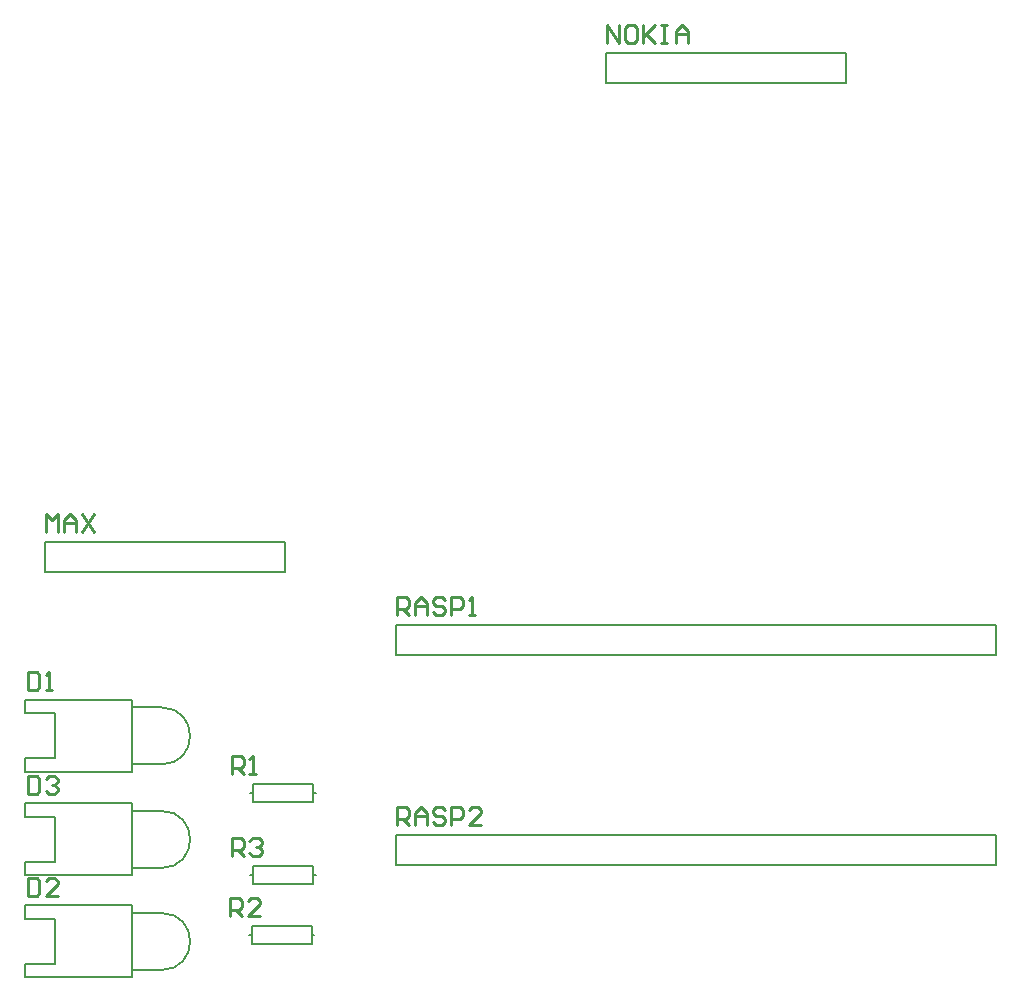
<source format=gto>
G04*
G04 #@! TF.GenerationSoftware,Altium Limited,Altium Designer,19.0.15 (446)*
G04*
G04 Layer_Color=65535*
%FSLAX42Y42*%
%MOMM*%
G71*
G01*
G75*
%ADD10C,0.13*%
%ADD11C,0.20*%
%ADD12C,0.25*%
D10*
X2108Y2032D02*
G03*
X2108Y2515I0J241D01*
G01*
Y292D02*
G03*
X2108Y775I0J241D01*
G01*
Y1156D02*
G03*
X2108Y1638I0J241D01*
G01*
X952Y2464D02*
Y2578D01*
Y2464D02*
X1206D01*
Y2083D02*
Y2464D01*
X952Y2083D02*
X1206D01*
X952Y1968D02*
Y2083D01*
X1854Y2515D02*
X2108D01*
X1854Y2032D02*
X2108D01*
X952Y2578D02*
X1854D01*
Y1968D02*
Y2578D01*
X952Y1968D02*
X1854D01*
X952Y724D02*
Y838D01*
Y724D02*
X1206D01*
Y343D02*
Y724D01*
X952Y343D02*
X1206D01*
X952Y229D02*
Y343D01*
X1854Y775D02*
X2108D01*
X1854Y292D02*
X2108D01*
X952Y838D02*
X1854D01*
Y229D02*
Y838D01*
X952Y229D02*
X1854D01*
X952Y1092D02*
X1854D01*
Y1702D01*
X952D02*
X1854D01*
Y1156D02*
X2108D01*
X1854Y1638D02*
X2108D01*
X952Y1092D02*
Y1206D01*
X1206D01*
Y1588D01*
X952D02*
X1206D01*
X952D02*
Y1702D01*
D11*
X1118Y3912D02*
X3150D01*
X1118Y3658D02*
Y3912D01*
Y3658D02*
X3150D01*
Y3912D01*
X4089Y2959D02*
X8979D01*
X9169D01*
Y3213D01*
X4089D02*
X9169D01*
X4089Y2959D02*
Y3213D01*
X4280Y1435D02*
X9169D01*
X4089D02*
X4280D01*
X4089Y1181D02*
Y1435D01*
Y1181D02*
X9169D01*
Y1435D01*
X2883Y1715D02*
Y1791D01*
Y1715D02*
X3391D01*
Y1867D01*
X2883D02*
X3391D01*
X2883Y1791D02*
Y1867D01*
X3391Y1791D02*
X3414D01*
X2860D02*
X2883D01*
X2870Y508D02*
Y584D01*
Y508D02*
X3378D01*
Y660D01*
X2870D02*
X3378D01*
X2870Y584D02*
Y660D01*
X3378Y584D02*
X3401D01*
X2847D02*
X2870D01*
X2883Y1016D02*
Y1092D01*
Y1016D02*
X3391D01*
Y1168D01*
X2883D02*
X3391D01*
X2883Y1092D02*
Y1168D01*
X3391Y1092D02*
X3414D01*
X2860D02*
X2883D01*
X7899Y7798D02*
Y8052D01*
X5867Y7798D02*
X7899D01*
X5867D02*
Y8052D01*
X7899D01*
D12*
X1133Y3998D02*
Y4150D01*
X1184Y4100D01*
X1234Y4150D01*
Y3998D01*
X1285D02*
Y4100D01*
X1336Y4150D01*
X1387Y4100D01*
Y3998D01*
Y4074D01*
X1285D01*
X1438Y4150D02*
X1539Y3998D01*
Y4150D02*
X1438Y3998D01*
X4105Y3299D02*
Y3452D01*
X4181D01*
X4206Y3426D01*
Y3376D01*
X4181Y3350D01*
X4105D01*
X4155D02*
X4206Y3299D01*
X4257D02*
Y3401D01*
X4308Y3452D01*
X4359Y3401D01*
Y3299D01*
Y3376D01*
X4257D01*
X4511Y3426D02*
X4486Y3452D01*
X4435D01*
X4409Y3426D01*
Y3401D01*
X4435Y3376D01*
X4486D01*
X4511Y3350D01*
Y3325D01*
X4486Y3299D01*
X4435D01*
X4409Y3325D01*
X4562Y3299D02*
Y3452D01*
X4638D01*
X4663Y3426D01*
Y3376D01*
X4638Y3350D01*
X4562D01*
X4714Y3299D02*
X4765D01*
X4739D01*
Y3452D01*
X4714Y3426D01*
X973Y2814D02*
Y2662D01*
X1049D01*
X1074Y2687D01*
Y2789D01*
X1049Y2814D01*
X973D01*
X1125Y2662D02*
X1176D01*
X1151D01*
Y2814D01*
X1125Y2789D01*
X4105Y1521D02*
Y1674D01*
X4181D01*
X4206Y1648D01*
Y1598D01*
X4181Y1572D01*
X4105D01*
X4155D02*
X4206Y1521D01*
X4257D02*
Y1623D01*
X4308Y1674D01*
X4359Y1623D01*
Y1521D01*
Y1598D01*
X4257D01*
X4511Y1648D02*
X4486Y1674D01*
X4435D01*
X4409Y1648D01*
Y1623D01*
X4435Y1598D01*
X4486D01*
X4511Y1572D01*
Y1547D01*
X4486Y1521D01*
X4435D01*
X4409Y1547D01*
X4562Y1521D02*
Y1674D01*
X4638D01*
X4663Y1648D01*
Y1598D01*
X4638Y1572D01*
X4562D01*
X4816Y1521D02*
X4714D01*
X4816Y1623D01*
Y1648D01*
X4790Y1674D01*
X4739D01*
X4714Y1648D01*
X973Y1072D02*
Y919D01*
X1049D01*
X1074Y945D01*
Y1046D01*
X1049Y1072D01*
X973D01*
X1227Y919D02*
X1125D01*
X1227Y1021D01*
Y1046D01*
X1201Y1072D01*
X1151D01*
X1125Y1046D01*
X2700Y1255D02*
Y1407D01*
X2776D01*
X2802Y1382D01*
Y1331D01*
X2776Y1306D01*
X2700D01*
X2751D02*
X2802Y1255D01*
X2852Y1382D02*
X2878Y1407D01*
X2929D01*
X2954Y1382D01*
Y1356D01*
X2929Y1331D01*
X2903D01*
X2929D01*
X2954Y1306D01*
Y1280D01*
X2929Y1255D01*
X2878D01*
X2852Y1280D01*
X2687Y747D02*
Y899D01*
X2763D01*
X2789Y874D01*
Y823D01*
X2763Y798D01*
X2687D01*
X2738D02*
X2789Y747D01*
X2941D02*
X2840D01*
X2941Y848D01*
Y874D01*
X2916Y899D01*
X2865D01*
X2840Y874D01*
X2700Y1953D02*
Y2106D01*
X2776D01*
X2802Y2080D01*
Y2029D01*
X2776Y2004D01*
X2700D01*
X2751D02*
X2802Y1953D01*
X2852D02*
X2903D01*
X2878D01*
Y2106D01*
X2852Y2080D01*
X5883Y8138D02*
Y8291D01*
X5984Y8138D01*
Y8291D01*
X6111D02*
X6060D01*
X6035Y8265D01*
Y8164D01*
X6060Y8138D01*
X6111D01*
X6137Y8164D01*
Y8265D01*
X6111Y8291D01*
X6187D02*
Y8138D01*
Y8189D01*
X6289Y8291D01*
X6213Y8214D01*
X6289Y8138D01*
X6340Y8291D02*
X6390D01*
X6365D01*
Y8138D01*
X6340D01*
X6390D01*
X6467D02*
Y8240D01*
X6517Y8291D01*
X6568Y8240D01*
Y8138D01*
Y8214D01*
X6467D01*
X973Y1935D02*
Y1783D01*
X1049D01*
X1074Y1808D01*
Y1910D01*
X1049Y1935D01*
X973D01*
X1125Y1910D02*
X1151Y1935D01*
X1201D01*
X1227Y1910D01*
Y1885D01*
X1201Y1859D01*
X1176D01*
X1201D01*
X1227Y1834D01*
Y1808D01*
X1201Y1783D01*
X1151D01*
X1125Y1808D01*
M02*

</source>
